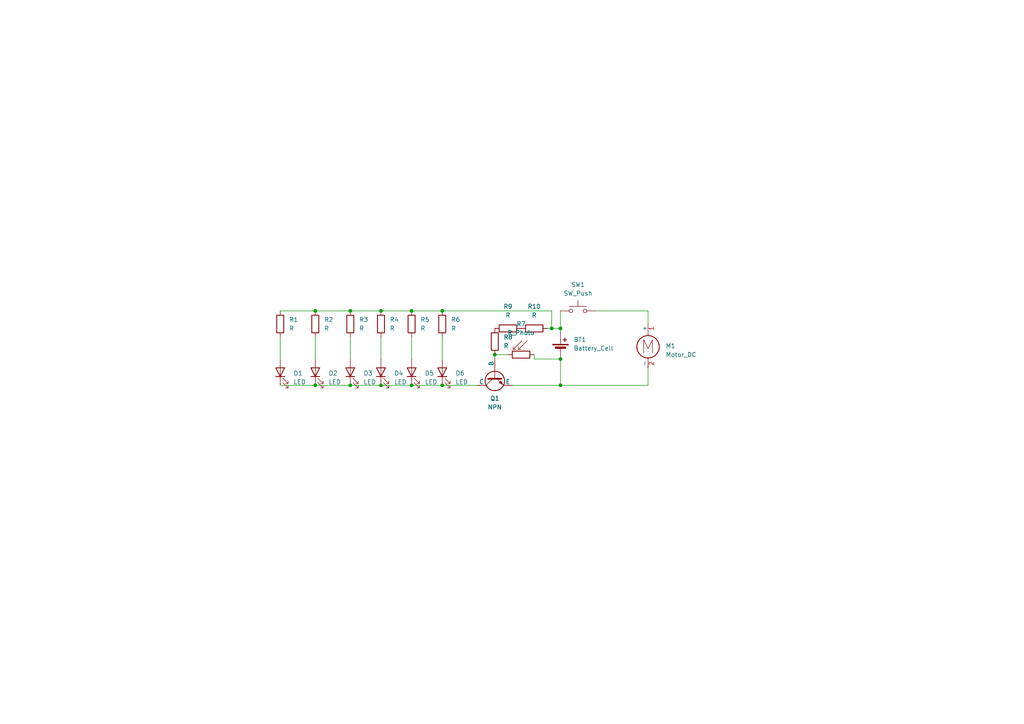
<source format=kicad_sch>
(kicad_sch (version 20231120) (generator "eeschema") (generator_version "8.0")
  (paper "A4")
  (lib_symbols
    (symbol "Device:Battery_Cell" (pin_numbers hide) (pin_names (offset 0) hide)
      (property "Reference" "BT" (at 2.54 2.54 0))
      (property "Value" "Battery_Cell" (at 2.54 0 0))
      (symbol "Battery_Cell_0_1"
        (rectangle (start -2.286 1.778) (end 2.286 1.524) (fill (type outline)))
        (rectangle (start -1.524 1.016) (end 1.524 0.508) (fill (type outline)))
        (polyline (pts (xy 0 0.762) (xy 0 0)))
        (polyline (pts (xy 0 1.778) (xy 0 2.54)))
        (polyline (pts (xy 0.762 3.048) (xy 1.778 3.048)) (stroke (width 0.254)))
        (polyline (pts (xy 1.27 3.556) (xy 1.27 2.54)) (stroke (width 0.254)))
      )
      (symbol "Battery_Cell_1_1"
        (pin passive line (at 0 5.08 270) (length 2.54) (name "+") (number "1"))
        (pin passive line (at 0 -2.54 90) (length 2.54) (name "-") (number "2"))
      )
    )
    (symbol "Device:LED" (pin_numbers hide) (pin_names (offset 1.016) hide)
      (property "Reference" "D" (at 0 2.54 0))
      (property "Value" "LED" (at 0 -2.54 0))
      (symbol "LED_0_1"
        (polyline (pts (xy -1.27 -1.27) (xy -1.27 1.27)) (stroke (width 0.254)))
        (polyline (pts (xy -1.27 0) (xy 1.27 0)))
        (polyline (pts (xy 1.27 -1.27) (xy 1.27 1.27) (xy -1.27 0) (xy 1.27 -1.27)) (stroke (width 0.254)))
        (polyline (pts (xy -3.048 -0.762) (xy -4.572 -2.286) (xy -3.81 -2.286) (xy -4.572 -2.286) (xy -4.572 -1.524)))
        (polyline (pts (xy -1.778 -0.762) (xy -3.302 -2.286) (xy -2.54 -2.286) (xy -3.302 -2.286) (xy -3.302 -1.524)))
      )
      (symbol "LED_1_1"
        (pin passive line (at -3.81 0 0) (length 2.54) (name "K") (number "1"))
        (pin passive line (at 3.81 0 180) (length 2.54) (name "A") (number "2"))
      )
    )
    (symbol "Device:R" (pin_numbers hide) (pin_names (offset 0))
      (property "Reference" "R" (at 2.032 0 90))
      (property "Value" "R" (at 0 0 90))
      (symbol "R_0_1"
        (rectangle (start -1.016 -2.54) (end 1.016 2.54) (stroke (width 0.254)))
      )
      (symbol "R_1_1"
        (pin passive line (at 0 3.81 270) (length 1.27) (name "~") (number "1"))
        (pin passive line (at 0 -3.81 90) (length 1.27) (name "~") (number "2"))
      )
    )
    (symbol "Device:R_Photo" (pin_numbers hide) (pin_names (offset 0))
      (property "Reference" "R" (at 1.27 1.27 0))
      (property "Value" "R_Photo" (at 1.27 0 0))
      (symbol "R_Photo_0_1"
        (rectangle (start -1.016 2.54) (end 1.016 -2.54) (stroke (width 0.254)))
        (polyline (pts (xy -1.524 -2.286) (xy -4.064 0.254)))
        (polyline (pts (xy -1.524 -2.286) (xy -2.286 -2.286)))
        (polyline (pts (xy -1.524 -2.286) (xy -1.524 -1.524)))
        (polyline (pts (xy -1.524 -0.762) (xy -4.064 1.778)))
        (polyline (pts (xy -1.524 -0.762) (xy -2.286 -0.762)))
        (polyline (pts (xy -1.524 -0.762) (xy -1.524 0)))
      )
      (symbol "R_Photo_1_1"
        (pin passive line (at 0 3.81 270) (length 1.27) (name "~") (number "1"))
        (pin passive line (at 0 -3.81 90) (length 1.27) (name "~") (number "2"))
      )
    )
    (symbol "Motor:Motor_DC" (pin_names (offset 0))
      (property "Reference" "M" (at 2.54 2.54 0))
      (property "Value" "Motor_DC" (at 2.54 -5.08 0))
      (symbol "Motor_DC_0_0"
        (polyline (pts (xy -1.27 -3.302) (xy -1.27 0.508) (xy 0 -2.032) (xy 1.27 0.508) (xy 1.27 -3.302)))
      )
      (symbol "Motor_DC_0_1"
        (circle (center 0 -1.524) (radius 3.2512) (stroke (width 0.254)))
        (polyline (pts (xy 0 -7.62) (xy 0 -7.112)))
        (polyline (pts (xy 0 -4.7752) (xy 0 -5.1816)))
        (polyline (pts (xy 0 1.7272) (xy 0 2.0828)))
        (polyline (pts (xy 0 2.032) (xy 0 2.54)))
      )
      (symbol "Motor_DC_1_1"
        (pin passive line (at 0 5.08 270) (length 2.54) (name "+") (number "1"))
        (pin passive line (at 0 -7.62 90) (length 2.54) (name "-") (number "2"))
      )
    )
    (symbol "Simulation_SPICE:NPN" (pin_numbers hide) (pin_names (offset 0))
      (property "Reference" "Q" (at -2.54 7.62 0))
      (property "Value" "NPN" (at -2.54 5.08 0))
      (symbol "NPN_0_1"
        (polyline (pts (xy -2.54 0) (xy 0.635 0)) (stroke (width 0.1524)))
        (polyline (pts (xy 0.635 0.635) (xy 2.54 2.54)))
        (polyline (pts (xy 2.794 -1.27) (xy 2.794 -1.27)) (stroke (width 0.1524)))
        (polyline (pts (xy 2.794 -1.27) (xy 2.794 -1.27)) (stroke (width 0.1524)))
        (polyline (pts (xy 0.635 -0.635) (xy 2.54 -2.54) (xy 2.54 -2.54)))
        (polyline (pts (xy 0.635 1.905) (xy 0.635 -1.905) (xy 0.635 -1.905)) (stroke (width 0.508)))
        (polyline (pts (xy 1.27 -1.778) (xy 1.778 -1.27) (xy 2.286 -2.286) (xy 1.27 -1.778) (xy 1.27 -1.778)) (fill (type outline)))
        (circle (center 1.27 0) (radius 2.8194) (stroke (width 0.254)))
      )
      (symbol "NPN_1_1"
        (pin open_collector line (at 2.54 5.08 270) (length 2.54) (name "C") (number "1"))
        (pin input line (at -5.08 0 0) (length 2.54) (name "B") (number "2"))
        (pin open_emitter line (at 2.54 -5.08 90) (length 2.54) (name "E") (number "3"))
      )
    )
    (symbol "Switch:SW_Push" (pin_numbers hide) (pin_names (offset 1.016) hide)
      (property "Reference" "SW" (at 1.27 2.54 0))
      (property "Value" "SW_Push" (at 0 -1.524 0))
      (symbol "SW_Push_0_1"
        (circle (center -2.032 0) (radius 0.508))
        (polyline (pts (xy 0 1.27) (xy 0 3.048)))
        (polyline (pts (xy 2.54 1.27) (xy -2.54 1.27)))
        (circle (center 2.032 0) (radius 0.508))
        (pin passive line (at -5.08 0 0) (length 2.54) (name "1") (number "1"))
        (pin passive line (at 5.08 0 180) (length 2.54) (name "2") (number "2"))
      )
    )
  )
  (junction (at 162.56 95.25))
  (junction (at 91.44 111.76))
  (junction (at 162.56 111.76))
  (junction (at 110.49 111.76))
  (junction (at 160.02 95.25))
  (junction (at 119.38 90.17))
  (junction (at 101.6 90.17))
  (junction (at 91.44 90.17))
  (junction (at 101.6 111.76))
  (junction (at 119.38 111.76))
  (junction (at 128.27 90.17))
  (junction (at 110.49 90.17))
  (junction (at 143.51 102.87))
  (junction (at 162.56 104.14))
  (junction (at 128.27 111.76))
  (wire (pts (xy 101.6 97.79) (xy 101.6 104.14)))
  (wire (pts (xy 187.96 90.17) (xy 187.96 93.98)))
  (wire (pts (xy 172.72 90.17) (xy 187.96 90.17)))
  (wire (pts (xy 148.59 111.76) (xy 162.56 111.76)))
  (wire (pts (xy 162.56 90.17) (xy 162.56 95.25)))
  (wire (pts (xy 147.32 102.87) (xy 143.51 102.87)))
  (wire (pts (xy 162.56 104.14) (xy 162.56 111.76)))
  (wire (pts (xy 101.6 90.17) (xy 110.49 90.17)))
  (wire (pts (xy 162.56 95.25) (xy 162.56 96.52)))
  (wire (pts (xy 154.94 104.14) (xy 162.56 104.14)))
  (wire (pts (xy 160.02 95.25) (xy 158.75 95.25)))
  (wire (pts (xy 128.27 97.79) (xy 128.27 104.14)))
  (wire (pts (xy 81.28 111.76) (xy 91.44 111.76)))
  (wire (pts (xy 91.44 90.17) (xy 101.6 90.17)))
  (wire (pts (xy 187.96 106.68) (xy 187.96 111.76)))
  (wire (pts (xy 91.44 111.76) (xy 101.6 111.76)))
  (wire (pts (xy 119.38 97.79) (xy 119.38 104.14)))
  (wire (pts (xy 128.27 111.76) (xy 138.43 111.76)))
  (wire (pts (xy 119.38 111.76) (xy 128.27 111.76)))
  (wire (pts (xy 154.94 102.87) (xy 154.94 104.14)))
  (wire (pts (xy 119.38 90.17) (xy 128.27 90.17)))
  (wire (pts (xy 160.02 90.17) (xy 160.02 95.25)))
  (wire (pts (xy 81.28 97.79) (xy 81.28 104.14)))
  (wire (pts (xy 81.28 90.17) (xy 91.44 90.17)))
  (wire (pts (xy 110.49 90.17) (xy 119.38 90.17)))
  (wire (pts (xy 110.49 97.79) (xy 110.49 104.14)))
  (wire (pts (xy 101.6 111.76) (xy 110.49 111.76)))
  (wire (pts (xy 160.02 95.25) (xy 162.56 95.25)))
  (wire (pts (xy 91.44 97.79) (xy 91.44 104.14)))
  (wire (pts (xy 187.96 111.76) (xy 162.56 111.76)))
  (wire (pts (xy 143.51 102.87) (xy 143.51 104.14)))
  (wire (pts (xy 110.49 111.76) (xy 119.38 111.76)))
  (wire (pts (xy 128.27 90.17) (xy 160.02 90.17)))
  (symbol (lib_id "Simulation_SPICE:NPN") (at 143.51 109.22 90) (mirror x) (unit 1)
    (property "Reference" "Q1" (at 143.51 115.57 90))
    (property "Value" "NPN" (at 143.51 118.11 90))
    (property "Footprint" "Package_TO_SOT_THT:TO-92L_HandSolder" (effects (hide yes)))
    (property "Datasheet" "https://ngspice.sourceforge.io/docs/ngspice-html-manual/manual.xhtml#cha_BJTs" (effects (hide yes)))
    (property "Description" "Bipolar transistor symbol for simulation only, substrate tied to the emitter" (effects (hide yes)))
    (property "Sim.Device" "NPN" (effects (hide yes)))
    (property "Sim.Type" "GUMMELPOON" (effects (hide yes)))
    (property "Sim.Pins" "1=C 2=B 3=E" (effects (hide yes)))
  )
  (symbol (lib_id "Device:R") (at 147.32 95.25 90) (unit 1)
    (property "Reference" "R9" (at 147.32 88.9 90))
    (property "Value" "R" (at 147.32 91.44 90))
    (property "Footprint" "Resistor_THT:R_Axial_DIN0207_L6.3mm_D2.5mm_P7.62mm_Horizontal" (effects (hide yes)))
    (property "Description" "Resistor" (effects (hide yes)))
  )
  (symbol (lib_id "Device:LED") (at 81.28 107.95 90) (unit 1)
    (property "Reference" "D1" (at 85.09 108.2674 90) (effects (justify right)))
    (property "Value" "LED" (at 85.09 110.8074 90) (effects (justify right)))
    (property "Footprint" "LED_THT:LED_D5.0mm" (effects (hide yes)))
    (property "Description" "Light emitting diode" (effects (hide yes)))
  )
  (symbol (lib_id "Device:R") (at 128.27 93.98 180) (unit 1)
    (property "Reference" "R6" (at 130.81 92.7099 0) (effects (justify right)))
    (property "Value" "R" (at 130.81 95.2499 0) (effects (justify right)))
    (property "Footprint" "Resistor_THT:R_Axial_DIN0207_L6.3mm_D2.5mm_P7.62mm_Horizontal" (effects (hide yes)))
    (property "Description" "Resistor" (effects (hide yes)))
  )
  (symbol (lib_id "Device:Battery_Cell") (at 162.56 101.6 0) (unit 1)
    (property "Reference" "BT1" (at 166.37 98.4884 0) (effects (justify left)))
    (property "Value" "Battery_Cell" (at 166.37 101.0284 0) (effects (justify left)))
    (property "Footprint" "Battery:BatteryHolder_Keystone_3034_1x20mm" (effects (hide yes)))
    (property "Description" "Single-cell battery" (effects (hide yes)))
  )
  (symbol (lib_id "Device:R") (at 110.49 93.98 0) (unit 1)
    (property "Reference" "R4" (at 113.03 92.7099 0) (effects (justify left)))
    (property "Value" "R" (at 113.03 95.2499 0) (effects (justify left)))
    (property "Footprint" "Resistor_THT:R_Axial_DIN0207_L6.3mm_D2.5mm_P7.62mm_Horizontal" (effects (hide yes)))
    (property "Description" "Resistor" (effects (hide yes)))
  )
  (symbol (lib_id "Device:LED") (at 91.44 107.95 90) (unit 1)
    (property "Reference" "D2" (at 95.25 108.2674 90) (effects (justify right)))
    (property "Value" "LED" (at 95.25 110.8074 90) (effects (justify right)))
    (property "Footprint" "LED_THT:LED_D5.0mm" (effects (hide yes)))
    (property "Description" "Light emitting diode" (effects (hide yes)))
  )
  (symbol (lib_id "Device:R") (at 91.44 93.98 0) (unit 1)
    (property "Reference" "R2" (at 93.98 92.7099 0) (effects (justify left)))
    (property "Value" "R" (at 93.98 95.2499 0) (effects (justify left)))
    (property "Footprint" "Resistor_THT:R_Axial_DIN0207_L6.3mm_D2.5mm_P7.62mm_Horizontal" (effects (hide yes)))
    (property "Description" "Resistor" (effects (hide yes)))
  )
  (symbol (lib_id "Device:R") (at 101.6 93.98 0) (unit 1)
    (property "Reference" "R3" (at 104.14 92.7099 0) (effects (justify left)))
    (property "Value" "R" (at 104.14 95.2499 0) (effects (justify left)))
    (property "Footprint" "Resistor_THT:R_Axial_DIN0207_L6.3mm_D2.5mm_P7.62mm_Horizontal" (effects (hide yes)))
    (property "Description" "Resistor" (effects (hide yes)))
  )
  (symbol (lib_id "Device:LED") (at 128.27 107.95 90) (unit 1)
    (property "Reference" "D6" (at 132.08 108.2674 90) (effects (justify right)))
    (property "Value" "LED" (at 132.08 110.8074 90) (effects (justify right)))
    (property "Footprint" "LED_THT:LED_D5.0mm" (effects (hide yes)))
    (property "Description" "Light emitting diode" (effects (hide yes)))
  )
  (symbol (lib_id "Device:LED") (at 110.49 107.95 90) (unit 1)
    (property "Reference" "D4" (at 114.3 108.2674 90) (effects (justify right)))
    (property "Value" "LED" (at 114.3 110.8074 90) (effects (justify right)))
    (property "Footprint" "LED_THT:LED_D5.0mm" (effects (hide yes)))
    (property "Description" "Light emitting diode" (effects (hide yes)))
  )
  (symbol (lib_id "Device:R") (at 154.94 95.25 90) (unit 1)
    (property "Reference" "R10" (at 154.94 88.9 90))
    (property "Value" "R" (at 154.94 91.44 90))
    (property "Footprint" "Resistor_THT:R_Axial_DIN0207_L6.3mm_D2.5mm_P7.62mm_Horizontal" (effects (hide yes)))
    (property "Description" "Resistor" (effects (hide yes)))
  )
  (symbol (lib_id "Switch:SW_Push") (at 167.64 90.17 0) (unit 1)
    (property "Reference" "SW1" (at 167.64 82.55 0))
    (property "Value" "SW_Push" (at 167.64 85.09 0))
    (property "Footprint" "Button_Switch_THT:SW_PUSH_6mm" (effects (hide yes)))
    (property "Description" "Push button switch, generic, two pins" (effects (hide yes)))
  )
  (symbol (lib_id "Device:R") (at 119.38 93.98 0) (unit 1)
    (property "Reference" "R5" (at 121.92 92.7099 0) (effects (justify left)))
    (property "Value" "R" (at 121.92 95.2499 0) (effects (justify left)))
    (property "Footprint" "Resistor_THT:R_Axial_DIN0207_L6.3mm_D2.5mm_P7.62mm_Horizontal" (effects (hide yes)))
    (property "Description" "Resistor" (effects (hide yes)))
  )
  (symbol (lib_id "Device:R") (at 81.28 93.98 0) (unit 1)
    (property "Reference" "R1" (at 83.82 92.7099 0) (effects (justify left)))
    (property "Value" "R" (at 83.82 95.2499 0) (effects (justify left)))
    (property "Footprint" "Resistor_THT:R_Axial_DIN0207_L6.3mm_D2.5mm_P7.62mm_Horizontal" (effects (hide yes)))
    (property "Description" "Resistor" (effects (hide yes)))
  )
  (symbol (lib_id "Device:LED") (at 119.38 107.95 90) (unit 1)
    (property "Reference" "D5" (at 123.19 108.2674 90) (effects (justify right)))
    (property "Value" "LED" (at 123.19 110.8074 90) (effects (justify right)))
    (property "Footprint" "LED_THT:LED_D5.0mm" (effects (hide yes)))
    (property "Description" "Light emitting diode" (effects (hide yes)))
  )
  (symbol (lib_id "Device:R_Photo") (at 151.13 102.87 270) (unit 1)
    (property "Reference" "R7" (at 151.13 93.98 90))
    (property "Value" "R_Photo" (at 151.13 96.52 90))
    (property "Footprint" "OptoDevice:R_LDR_5.1x4.3mm_P3.4mm_Vertical" (effects (hide yes)))
    (property "Description" "Photoresistor" (effects (hide yes)))
  )
  (symbol (lib_id "Device:R") (at 143.51 99.06 0) (unit 1)
    (property "Reference" "R8" (at 146.05 97.7899 0) (effects (justify left)))
    (property "Value" "R" (at 146.05 100.3299 0) (effects (justify left)))
    (property "Footprint" "Resistor_THT:R_Axial_DIN0207_L6.3mm_D2.5mm_P7.62mm_Horizontal" (effects (hide yes)))
    (property "Description" "Resistor" (effects (hide yes)))
  )
  (symbol (lib_id "Device:LED") (at 101.6 107.95 90) (unit 1)
    (property "Reference" "D3" (at 105.41 108.2674 90) (effects (justify right)))
    (property "Value" "LED" (at 105.41 110.8074 90) (effects (justify right)))
    (property "Footprint" "LED_THT:LED_D5.0mm" (effects (hide yes)))
    (property "Description" "Light emitting diode" (effects (hide yes)))
  )
  (symbol (lib_id "Motor:Motor_DC") (at 187.96 99.06 0) (unit 1)
    (property "Reference" "M1" (at 193.04 100.3299 0) (effects (justify left)))
    (property "Value" "Motor_DC" (at 193.04 102.8699 0) (effects (justify left)))
    (property "Footprint" "Connector_PinHeader_2.54mm:PinHeader_2x01_P2.54mm_Vertical" (effects (hide yes)))
    (property "Description" "DC Motor" (effects (hide yes)))
  )
)
</source>
